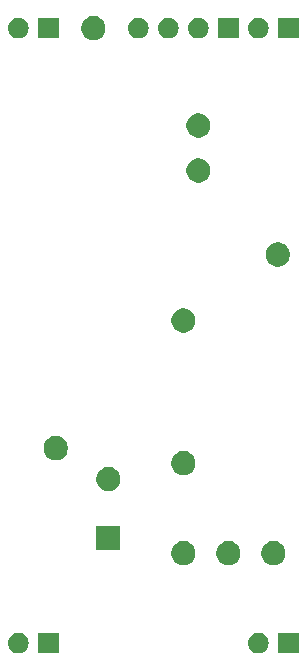
<source format=gbr>
G04 #@! TF.GenerationSoftware,KiCad,Pcbnew,(5.1.2)-2*
G04 #@! TF.CreationDate,2019-08-30T17:03:03-04:00*
G04 #@! TF.ProjectId,Charger SubBoard 0-2,43686172-6765-4722-9053-7562426f6172,rev?*
G04 #@! TF.SameCoordinates,Original*
G04 #@! TF.FileFunction,Soldermask,Bot*
G04 #@! TF.FilePolarity,Negative*
%FSLAX46Y46*%
G04 Gerber Fmt 4.6, Leading zero omitted, Abs format (unit mm)*
G04 Created by KiCad (PCBNEW (5.1.2)-2) date 2019-08-30 17:03:03*
%MOMM*%
%LPD*%
G04 APERTURE LIST*
%ADD10C,0.100000*%
G04 APERTURE END LIST*
D10*
G36*
X164705400Y-108825400D02*
G01*
X162954600Y-108825400D01*
X162954600Y-107074600D01*
X164705400Y-107074600D01*
X164705400Y-108825400D01*
X164705400Y-108825400D01*
G37*
G36*
X161461611Y-107087267D02*
G01*
X161626619Y-107137322D01*
X161626622Y-107137323D01*
X161750392Y-107203480D01*
X161778703Y-107218612D01*
X161911996Y-107328004D01*
X162021388Y-107461297D01*
X162021390Y-107461301D01*
X162102677Y-107613378D01*
X162102678Y-107613381D01*
X162152733Y-107778389D01*
X162169635Y-107950000D01*
X162152733Y-108121611D01*
X162102678Y-108286619D01*
X162102677Y-108286622D01*
X162036520Y-108410392D01*
X162021388Y-108438703D01*
X161911996Y-108571996D01*
X161778703Y-108681388D01*
X161778699Y-108681390D01*
X161626622Y-108762677D01*
X161626619Y-108762678D01*
X161461611Y-108812733D01*
X161333003Y-108825400D01*
X161246997Y-108825400D01*
X161118389Y-108812733D01*
X160953381Y-108762678D01*
X160953378Y-108762677D01*
X160801301Y-108681390D01*
X160801297Y-108681388D01*
X160668004Y-108571996D01*
X160558612Y-108438703D01*
X160543480Y-108410392D01*
X160477323Y-108286622D01*
X160477322Y-108286619D01*
X160427267Y-108121611D01*
X160410365Y-107950000D01*
X160427267Y-107778389D01*
X160477322Y-107613381D01*
X160477323Y-107613378D01*
X160558610Y-107461301D01*
X160558612Y-107461297D01*
X160668004Y-107328004D01*
X160801297Y-107218612D01*
X160829608Y-107203480D01*
X160953378Y-107137323D01*
X160953381Y-107137322D01*
X161118389Y-107087267D01*
X161246997Y-107074600D01*
X161333003Y-107074600D01*
X161461611Y-107087267D01*
X161461611Y-107087267D01*
G37*
G36*
X141141611Y-107087267D02*
G01*
X141306619Y-107137322D01*
X141306622Y-107137323D01*
X141430392Y-107203480D01*
X141458703Y-107218612D01*
X141591996Y-107328004D01*
X141701388Y-107461297D01*
X141701390Y-107461301D01*
X141782677Y-107613378D01*
X141782678Y-107613381D01*
X141832733Y-107778389D01*
X141849635Y-107950000D01*
X141832733Y-108121611D01*
X141782678Y-108286619D01*
X141782677Y-108286622D01*
X141716520Y-108410392D01*
X141701388Y-108438703D01*
X141591996Y-108571996D01*
X141458703Y-108681388D01*
X141458699Y-108681390D01*
X141306622Y-108762677D01*
X141306619Y-108762678D01*
X141141611Y-108812733D01*
X141013003Y-108825400D01*
X140926997Y-108825400D01*
X140798389Y-108812733D01*
X140633381Y-108762678D01*
X140633378Y-108762677D01*
X140481301Y-108681390D01*
X140481297Y-108681388D01*
X140348004Y-108571996D01*
X140238612Y-108438703D01*
X140223480Y-108410392D01*
X140157323Y-108286622D01*
X140157322Y-108286619D01*
X140107267Y-108121611D01*
X140090365Y-107950000D01*
X140107267Y-107778389D01*
X140157322Y-107613381D01*
X140157323Y-107613378D01*
X140238610Y-107461301D01*
X140238612Y-107461297D01*
X140348004Y-107328004D01*
X140481297Y-107218612D01*
X140509608Y-107203480D01*
X140633378Y-107137323D01*
X140633381Y-107137322D01*
X140798389Y-107087267D01*
X140926997Y-107074600D01*
X141013003Y-107074600D01*
X141141611Y-107087267D01*
X141141611Y-107087267D01*
G37*
G36*
X144385400Y-108825400D02*
G01*
X142634600Y-108825400D01*
X142634600Y-107074600D01*
X144385400Y-107074600D01*
X144385400Y-108825400D01*
X144385400Y-108825400D01*
G37*
G36*
X159049098Y-99344005D02*
G01*
X159235708Y-99421302D01*
X159403652Y-99533518D01*
X159546482Y-99676348D01*
X159658698Y-99844292D01*
X159735995Y-100030902D01*
X159775400Y-100229006D01*
X159775400Y-100430994D01*
X159735995Y-100629098D01*
X159658698Y-100815708D01*
X159546482Y-100983652D01*
X159403652Y-101126482D01*
X159235708Y-101238698D01*
X159049098Y-101315995D01*
X158850994Y-101355400D01*
X158649006Y-101355400D01*
X158450902Y-101315995D01*
X158264292Y-101238698D01*
X158096348Y-101126482D01*
X157953518Y-100983652D01*
X157841302Y-100815708D01*
X157764005Y-100629098D01*
X157724600Y-100430994D01*
X157724600Y-100229006D01*
X157764005Y-100030902D01*
X157841302Y-99844292D01*
X157953518Y-99676348D01*
X158096348Y-99533518D01*
X158264292Y-99421302D01*
X158450902Y-99344005D01*
X158649006Y-99304600D01*
X158850994Y-99304600D01*
X159049098Y-99344005D01*
X159049098Y-99344005D01*
G37*
G36*
X155239098Y-99344005D02*
G01*
X155425708Y-99421302D01*
X155593652Y-99533518D01*
X155736482Y-99676348D01*
X155848698Y-99844292D01*
X155925995Y-100030902D01*
X155965400Y-100229006D01*
X155965400Y-100430994D01*
X155925995Y-100629098D01*
X155848698Y-100815708D01*
X155736482Y-100983652D01*
X155593652Y-101126482D01*
X155425708Y-101238698D01*
X155239098Y-101315995D01*
X155040994Y-101355400D01*
X154839006Y-101355400D01*
X154640902Y-101315995D01*
X154454292Y-101238698D01*
X154286348Y-101126482D01*
X154143518Y-100983652D01*
X154031302Y-100815708D01*
X153954005Y-100629098D01*
X153914600Y-100430994D01*
X153914600Y-100229006D01*
X153954005Y-100030902D01*
X154031302Y-99844292D01*
X154143518Y-99676348D01*
X154286348Y-99533518D01*
X154454292Y-99421302D01*
X154640902Y-99344005D01*
X154839006Y-99304600D01*
X155040994Y-99304600D01*
X155239098Y-99344005D01*
X155239098Y-99344005D01*
G37*
G36*
X162859098Y-99344005D02*
G01*
X163045708Y-99421302D01*
X163213652Y-99533518D01*
X163356482Y-99676348D01*
X163468698Y-99844292D01*
X163545995Y-100030902D01*
X163585400Y-100229006D01*
X163585400Y-100430994D01*
X163545995Y-100629098D01*
X163468698Y-100815708D01*
X163356482Y-100983652D01*
X163213652Y-101126482D01*
X163045708Y-101238698D01*
X162859098Y-101315995D01*
X162660994Y-101355400D01*
X162459006Y-101355400D01*
X162260902Y-101315995D01*
X162074292Y-101238698D01*
X161906348Y-101126482D01*
X161763518Y-100983652D01*
X161651302Y-100815708D01*
X161574005Y-100629098D01*
X161534600Y-100430994D01*
X161534600Y-100229006D01*
X161574005Y-100030902D01*
X161651302Y-99844292D01*
X161763518Y-99676348D01*
X161906348Y-99533518D01*
X162074292Y-99421302D01*
X162260902Y-99344005D01*
X162459006Y-99304600D01*
X162660994Y-99304600D01*
X162859098Y-99344005D01*
X162859098Y-99344005D01*
G37*
G36*
X149615400Y-100085400D02*
G01*
X147564600Y-100085400D01*
X147564600Y-98034600D01*
X149615400Y-98034600D01*
X149615400Y-100085400D01*
X149615400Y-100085400D01*
G37*
G36*
X148889098Y-93074005D02*
G01*
X149075708Y-93151302D01*
X149243652Y-93263518D01*
X149386482Y-93406348D01*
X149498698Y-93574292D01*
X149575995Y-93760902D01*
X149615400Y-93959006D01*
X149615400Y-94160994D01*
X149575995Y-94359098D01*
X149498698Y-94545708D01*
X149386482Y-94713652D01*
X149243652Y-94856482D01*
X149075708Y-94968698D01*
X148889098Y-95045995D01*
X148690994Y-95085400D01*
X148489006Y-95085400D01*
X148290902Y-95045995D01*
X148104292Y-94968698D01*
X147936348Y-94856482D01*
X147793518Y-94713652D01*
X147681302Y-94545708D01*
X147604005Y-94359098D01*
X147564600Y-94160994D01*
X147564600Y-93959006D01*
X147604005Y-93760902D01*
X147681302Y-93574292D01*
X147793518Y-93406348D01*
X147936348Y-93263518D01*
X148104292Y-93151302D01*
X148290902Y-93074005D01*
X148489006Y-93034600D01*
X148690994Y-93034600D01*
X148889098Y-93074005D01*
X148889098Y-93074005D01*
G37*
G36*
X155239098Y-91724005D02*
G01*
X155425708Y-91801302D01*
X155593652Y-91913518D01*
X155736482Y-92056348D01*
X155848698Y-92224292D01*
X155925995Y-92410902D01*
X155965400Y-92609006D01*
X155965400Y-92810994D01*
X155925995Y-93009098D01*
X155848698Y-93195708D01*
X155736482Y-93363652D01*
X155593652Y-93506482D01*
X155425708Y-93618698D01*
X155239098Y-93695995D01*
X155040994Y-93735400D01*
X154839006Y-93735400D01*
X154640902Y-93695995D01*
X154454292Y-93618698D01*
X154286348Y-93506482D01*
X154143518Y-93363652D01*
X154031302Y-93195708D01*
X153954005Y-93009098D01*
X153914600Y-92810994D01*
X153914600Y-92609006D01*
X153954005Y-92410902D01*
X154031302Y-92224292D01*
X154143518Y-92056348D01*
X154286348Y-91913518D01*
X154454292Y-91801302D01*
X154640902Y-91724005D01*
X154839006Y-91684600D01*
X155040994Y-91684600D01*
X155239098Y-91724005D01*
X155239098Y-91724005D01*
G37*
G36*
X144444098Y-90454005D02*
G01*
X144630708Y-90531302D01*
X144798652Y-90643518D01*
X144941482Y-90786348D01*
X145053698Y-90954292D01*
X145130995Y-91140902D01*
X145170400Y-91339006D01*
X145170400Y-91540994D01*
X145130995Y-91739098D01*
X145053698Y-91925708D01*
X144941482Y-92093652D01*
X144798652Y-92236482D01*
X144630708Y-92348698D01*
X144444098Y-92425995D01*
X144245994Y-92465400D01*
X144044006Y-92465400D01*
X143845902Y-92425995D01*
X143659292Y-92348698D01*
X143491348Y-92236482D01*
X143348518Y-92093652D01*
X143236302Y-91925708D01*
X143159005Y-91739098D01*
X143119600Y-91540994D01*
X143119600Y-91339006D01*
X143159005Y-91140902D01*
X143236302Y-90954292D01*
X143348518Y-90786348D01*
X143491348Y-90643518D01*
X143659292Y-90531302D01*
X143845902Y-90454005D01*
X144044006Y-90414600D01*
X144245994Y-90414600D01*
X144444098Y-90454005D01*
X144444098Y-90454005D01*
G37*
G36*
X155239098Y-79659005D02*
G01*
X155425708Y-79736302D01*
X155593652Y-79848518D01*
X155736482Y-79991348D01*
X155848698Y-80159292D01*
X155925995Y-80345902D01*
X155965400Y-80544006D01*
X155965400Y-80745994D01*
X155925995Y-80944098D01*
X155848698Y-81130708D01*
X155736482Y-81298652D01*
X155593652Y-81441482D01*
X155425708Y-81553698D01*
X155239098Y-81630995D01*
X155040994Y-81670400D01*
X154839006Y-81670400D01*
X154640902Y-81630995D01*
X154454292Y-81553698D01*
X154286348Y-81441482D01*
X154143518Y-81298652D01*
X154031302Y-81130708D01*
X153954005Y-80944098D01*
X153914600Y-80745994D01*
X153914600Y-80544006D01*
X153954005Y-80345902D01*
X154031302Y-80159292D01*
X154143518Y-79991348D01*
X154286348Y-79848518D01*
X154454292Y-79736302D01*
X154640902Y-79659005D01*
X154839006Y-79619600D01*
X155040994Y-79619600D01*
X155239098Y-79659005D01*
X155239098Y-79659005D01*
G37*
G36*
X163240098Y-74071005D02*
G01*
X163426708Y-74148302D01*
X163594652Y-74260518D01*
X163737482Y-74403348D01*
X163849698Y-74571292D01*
X163926995Y-74757902D01*
X163966400Y-74956006D01*
X163966400Y-75157994D01*
X163926995Y-75356098D01*
X163849698Y-75542708D01*
X163737482Y-75710652D01*
X163594652Y-75853482D01*
X163426708Y-75965698D01*
X163240098Y-76042995D01*
X163041994Y-76082400D01*
X162840006Y-76082400D01*
X162641902Y-76042995D01*
X162455292Y-75965698D01*
X162287348Y-75853482D01*
X162144518Y-75710652D01*
X162032302Y-75542708D01*
X161955005Y-75356098D01*
X161915600Y-75157994D01*
X161915600Y-74956006D01*
X161955005Y-74757902D01*
X162032302Y-74571292D01*
X162144518Y-74403348D01*
X162287348Y-74260518D01*
X162455292Y-74148302D01*
X162641902Y-74071005D01*
X162840006Y-74031600D01*
X163041994Y-74031600D01*
X163240098Y-74071005D01*
X163240098Y-74071005D01*
G37*
G36*
X156509098Y-66959005D02*
G01*
X156695708Y-67036302D01*
X156863652Y-67148518D01*
X157006482Y-67291348D01*
X157118698Y-67459292D01*
X157195995Y-67645902D01*
X157235400Y-67844006D01*
X157235400Y-68045994D01*
X157195995Y-68244098D01*
X157118698Y-68430708D01*
X157006482Y-68598652D01*
X156863652Y-68741482D01*
X156695708Y-68853698D01*
X156509098Y-68930995D01*
X156310994Y-68970400D01*
X156109006Y-68970400D01*
X155910902Y-68930995D01*
X155724292Y-68853698D01*
X155556348Y-68741482D01*
X155413518Y-68598652D01*
X155301302Y-68430708D01*
X155224005Y-68244098D01*
X155184600Y-68045994D01*
X155184600Y-67844006D01*
X155224005Y-67645902D01*
X155301302Y-67459292D01*
X155413518Y-67291348D01*
X155556348Y-67148518D01*
X155724292Y-67036302D01*
X155910902Y-66959005D01*
X156109006Y-66919600D01*
X156310994Y-66919600D01*
X156509098Y-66959005D01*
X156509098Y-66959005D01*
G37*
G36*
X156509098Y-63149005D02*
G01*
X156695708Y-63226302D01*
X156863652Y-63338518D01*
X157006482Y-63481348D01*
X157118698Y-63649292D01*
X157195995Y-63835902D01*
X157235400Y-64034006D01*
X157235400Y-64235994D01*
X157195995Y-64434098D01*
X157118698Y-64620708D01*
X157006482Y-64788652D01*
X156863652Y-64931482D01*
X156695708Y-65043698D01*
X156509098Y-65120995D01*
X156310994Y-65160400D01*
X156109006Y-65160400D01*
X155910902Y-65120995D01*
X155724292Y-65043698D01*
X155556348Y-64931482D01*
X155413518Y-64788652D01*
X155301302Y-64620708D01*
X155224005Y-64434098D01*
X155184600Y-64235994D01*
X155184600Y-64034006D01*
X155224005Y-63835902D01*
X155301302Y-63649292D01*
X155413518Y-63481348D01*
X155556348Y-63338518D01*
X155724292Y-63226302D01*
X155910902Y-63149005D01*
X156109006Y-63109600D01*
X156310994Y-63109600D01*
X156509098Y-63149005D01*
X156509098Y-63149005D01*
G37*
G36*
X147619098Y-54894005D02*
G01*
X147805708Y-54971302D01*
X147973652Y-55083518D01*
X148116482Y-55226348D01*
X148228698Y-55394292D01*
X148305995Y-55580902D01*
X148345400Y-55779006D01*
X148345400Y-55980994D01*
X148305995Y-56179098D01*
X148228698Y-56365708D01*
X148116482Y-56533652D01*
X147973652Y-56676482D01*
X147805708Y-56788698D01*
X147619098Y-56865995D01*
X147420994Y-56905400D01*
X147219006Y-56905400D01*
X147020902Y-56865995D01*
X146834292Y-56788698D01*
X146666348Y-56676482D01*
X146523518Y-56533652D01*
X146411302Y-56365708D01*
X146334005Y-56179098D01*
X146294600Y-55980994D01*
X146294600Y-55779006D01*
X146334005Y-55580902D01*
X146411302Y-55394292D01*
X146523518Y-55226348D01*
X146666348Y-55083518D01*
X146834292Y-54971302D01*
X147020902Y-54894005D01*
X147219006Y-54854600D01*
X147420994Y-54854600D01*
X147619098Y-54894005D01*
X147619098Y-54894005D01*
G37*
G36*
X164705400Y-56755400D02*
G01*
X162954600Y-56755400D01*
X162954600Y-55004600D01*
X164705400Y-55004600D01*
X164705400Y-56755400D01*
X164705400Y-56755400D01*
G37*
G36*
X153841611Y-55017267D02*
G01*
X154006619Y-55067322D01*
X154006622Y-55067323D01*
X154036924Y-55083520D01*
X154158703Y-55148612D01*
X154291996Y-55258004D01*
X154401388Y-55391297D01*
X154401390Y-55391301D01*
X154482677Y-55543378D01*
X154482678Y-55543381D01*
X154532733Y-55708389D01*
X154549635Y-55880000D01*
X154532733Y-56051611D01*
X154494060Y-56179098D01*
X154482677Y-56216622D01*
X154416520Y-56340392D01*
X154401388Y-56368703D01*
X154291996Y-56501996D01*
X154158703Y-56611388D01*
X154158699Y-56611390D01*
X154006622Y-56692677D01*
X154006619Y-56692678D01*
X153841611Y-56742733D01*
X153713003Y-56755400D01*
X153626997Y-56755400D01*
X153498389Y-56742733D01*
X153333381Y-56692678D01*
X153333378Y-56692677D01*
X153181301Y-56611390D01*
X153181297Y-56611388D01*
X153048004Y-56501996D01*
X152938612Y-56368703D01*
X152923480Y-56340392D01*
X152857323Y-56216622D01*
X152845940Y-56179098D01*
X152807267Y-56051611D01*
X152790365Y-55880000D01*
X152807267Y-55708389D01*
X152857322Y-55543381D01*
X152857323Y-55543378D01*
X152938610Y-55391301D01*
X152938612Y-55391297D01*
X153048004Y-55258004D01*
X153181297Y-55148612D01*
X153303076Y-55083520D01*
X153333378Y-55067323D01*
X153333381Y-55067322D01*
X153498389Y-55017267D01*
X153626997Y-55004600D01*
X153713003Y-55004600D01*
X153841611Y-55017267D01*
X153841611Y-55017267D01*
G37*
G36*
X156381611Y-55017267D02*
G01*
X156546619Y-55067322D01*
X156546622Y-55067323D01*
X156576924Y-55083520D01*
X156698703Y-55148612D01*
X156831996Y-55258004D01*
X156941388Y-55391297D01*
X156941390Y-55391301D01*
X157022677Y-55543378D01*
X157022678Y-55543381D01*
X157072733Y-55708389D01*
X157089635Y-55880000D01*
X157072733Y-56051611D01*
X157034060Y-56179098D01*
X157022677Y-56216622D01*
X156956520Y-56340392D01*
X156941388Y-56368703D01*
X156831996Y-56501996D01*
X156698703Y-56611388D01*
X156698699Y-56611390D01*
X156546622Y-56692677D01*
X156546619Y-56692678D01*
X156381611Y-56742733D01*
X156253003Y-56755400D01*
X156166997Y-56755400D01*
X156038389Y-56742733D01*
X155873381Y-56692678D01*
X155873378Y-56692677D01*
X155721301Y-56611390D01*
X155721297Y-56611388D01*
X155588004Y-56501996D01*
X155478612Y-56368703D01*
X155463480Y-56340392D01*
X155397323Y-56216622D01*
X155385940Y-56179098D01*
X155347267Y-56051611D01*
X155330365Y-55880000D01*
X155347267Y-55708389D01*
X155397322Y-55543381D01*
X155397323Y-55543378D01*
X155478610Y-55391301D01*
X155478612Y-55391297D01*
X155588004Y-55258004D01*
X155721297Y-55148612D01*
X155843076Y-55083520D01*
X155873378Y-55067323D01*
X155873381Y-55067322D01*
X156038389Y-55017267D01*
X156166997Y-55004600D01*
X156253003Y-55004600D01*
X156381611Y-55017267D01*
X156381611Y-55017267D01*
G37*
G36*
X159625400Y-56755400D02*
G01*
X157874600Y-56755400D01*
X157874600Y-55004600D01*
X159625400Y-55004600D01*
X159625400Y-56755400D01*
X159625400Y-56755400D01*
G37*
G36*
X141141611Y-55017267D02*
G01*
X141306619Y-55067322D01*
X141306622Y-55067323D01*
X141336924Y-55083520D01*
X141458703Y-55148612D01*
X141591996Y-55258004D01*
X141701388Y-55391297D01*
X141701390Y-55391301D01*
X141782677Y-55543378D01*
X141782678Y-55543381D01*
X141832733Y-55708389D01*
X141849635Y-55880000D01*
X141832733Y-56051611D01*
X141794060Y-56179098D01*
X141782677Y-56216622D01*
X141716520Y-56340392D01*
X141701388Y-56368703D01*
X141591996Y-56501996D01*
X141458703Y-56611388D01*
X141458699Y-56611390D01*
X141306622Y-56692677D01*
X141306619Y-56692678D01*
X141141611Y-56742733D01*
X141013003Y-56755400D01*
X140926997Y-56755400D01*
X140798389Y-56742733D01*
X140633381Y-56692678D01*
X140633378Y-56692677D01*
X140481301Y-56611390D01*
X140481297Y-56611388D01*
X140348004Y-56501996D01*
X140238612Y-56368703D01*
X140223480Y-56340392D01*
X140157323Y-56216622D01*
X140145940Y-56179098D01*
X140107267Y-56051611D01*
X140090365Y-55880000D01*
X140107267Y-55708389D01*
X140157322Y-55543381D01*
X140157323Y-55543378D01*
X140238610Y-55391301D01*
X140238612Y-55391297D01*
X140348004Y-55258004D01*
X140481297Y-55148612D01*
X140603076Y-55083520D01*
X140633378Y-55067323D01*
X140633381Y-55067322D01*
X140798389Y-55017267D01*
X140926997Y-55004600D01*
X141013003Y-55004600D01*
X141141611Y-55017267D01*
X141141611Y-55017267D01*
G37*
G36*
X144385400Y-56755400D02*
G01*
X142634600Y-56755400D01*
X142634600Y-55004600D01*
X144385400Y-55004600D01*
X144385400Y-56755400D01*
X144385400Y-56755400D01*
G37*
G36*
X161461611Y-55017267D02*
G01*
X161626619Y-55067322D01*
X161626622Y-55067323D01*
X161656924Y-55083520D01*
X161778703Y-55148612D01*
X161911996Y-55258004D01*
X162021388Y-55391297D01*
X162021390Y-55391301D01*
X162102677Y-55543378D01*
X162102678Y-55543381D01*
X162152733Y-55708389D01*
X162169635Y-55880000D01*
X162152733Y-56051611D01*
X162114060Y-56179098D01*
X162102677Y-56216622D01*
X162036520Y-56340392D01*
X162021388Y-56368703D01*
X161911996Y-56501996D01*
X161778703Y-56611388D01*
X161778699Y-56611390D01*
X161626622Y-56692677D01*
X161626619Y-56692678D01*
X161461611Y-56742733D01*
X161333003Y-56755400D01*
X161246997Y-56755400D01*
X161118389Y-56742733D01*
X160953381Y-56692678D01*
X160953378Y-56692677D01*
X160801301Y-56611390D01*
X160801297Y-56611388D01*
X160668004Y-56501996D01*
X160558612Y-56368703D01*
X160543480Y-56340392D01*
X160477323Y-56216622D01*
X160465940Y-56179098D01*
X160427267Y-56051611D01*
X160410365Y-55880000D01*
X160427267Y-55708389D01*
X160477322Y-55543381D01*
X160477323Y-55543378D01*
X160558610Y-55391301D01*
X160558612Y-55391297D01*
X160668004Y-55258004D01*
X160801297Y-55148612D01*
X160923076Y-55083520D01*
X160953378Y-55067323D01*
X160953381Y-55067322D01*
X161118389Y-55017267D01*
X161246997Y-55004600D01*
X161333003Y-55004600D01*
X161461611Y-55017267D01*
X161461611Y-55017267D01*
G37*
G36*
X151301611Y-55017267D02*
G01*
X151466619Y-55067322D01*
X151466622Y-55067323D01*
X151496924Y-55083520D01*
X151618703Y-55148612D01*
X151751996Y-55258004D01*
X151861388Y-55391297D01*
X151861390Y-55391301D01*
X151942677Y-55543378D01*
X151942678Y-55543381D01*
X151992733Y-55708389D01*
X152009635Y-55880000D01*
X151992733Y-56051611D01*
X151954060Y-56179098D01*
X151942677Y-56216622D01*
X151876520Y-56340392D01*
X151861388Y-56368703D01*
X151751996Y-56501996D01*
X151618703Y-56611388D01*
X151618699Y-56611390D01*
X151466622Y-56692677D01*
X151466619Y-56692678D01*
X151301611Y-56742733D01*
X151173003Y-56755400D01*
X151086997Y-56755400D01*
X150958389Y-56742733D01*
X150793381Y-56692678D01*
X150793378Y-56692677D01*
X150641301Y-56611390D01*
X150641297Y-56611388D01*
X150508004Y-56501996D01*
X150398612Y-56368703D01*
X150383480Y-56340392D01*
X150317323Y-56216622D01*
X150305940Y-56179098D01*
X150267267Y-56051611D01*
X150250365Y-55880000D01*
X150267267Y-55708389D01*
X150317322Y-55543381D01*
X150317323Y-55543378D01*
X150398610Y-55391301D01*
X150398612Y-55391297D01*
X150508004Y-55258004D01*
X150641297Y-55148612D01*
X150763076Y-55083520D01*
X150793378Y-55067323D01*
X150793381Y-55067322D01*
X150958389Y-55017267D01*
X151086997Y-55004600D01*
X151173003Y-55004600D01*
X151301611Y-55017267D01*
X151301611Y-55017267D01*
G37*
M02*

</source>
